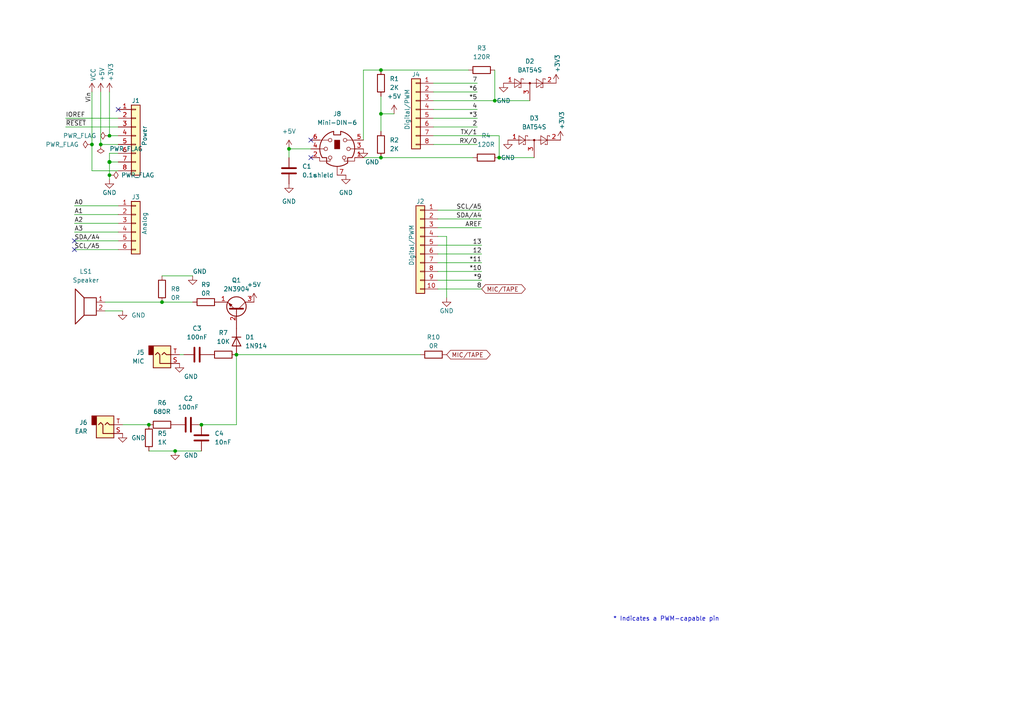
<source format=kicad_sch>
(kicad_sch (version 20211123) (generator eeschema)
  (paper "A4")
  (title_block (date "mar. 31 mars 2015"))
  (lib_symbols
    (symbol "Connector:AudioJack2"
      (property "Reference" "J" (at 0 8.89 0))
      (property "Value" "AudioJack2" (at 0 6.35 0))
      (symbol "AudioJack2_0_1"
        (rectangle (start -3.81 0) (end -2.54 -2.54) (stroke (width 0.254)) (fill (type outline)))
        (rectangle (start -2.54 3.81) (end 2.54 -2.54) (stroke (width 0.254)) (fill (type background)))
        (polyline (pts (xy 0 0) (xy 0.635 -0.635) (xy 1.27 0) (xy 2.54 0)) (stroke (width 0.254)))
        (polyline (pts (xy 2.54 2.54) (xy -0.635 2.54) (xy -0.635 0) (xy -1.27 -0.635) (xy -1.905 0)) (stroke (width 0.254)))
      )
      (symbol "AudioJack2_1_1"
        (pin passive line (at 5.08 2.54 180) (length 2.54) (name "~") (number "S"))
        (pin passive line (at 5.08 0 180) (length 2.54) (name "~") (number "T"))
      )
    )
    (symbol "Connector:Mini-DIN-6" (pin_names (offset 1.016))
      (property "Reference" "J8" (at 0.0177 10.16 0))
      (property "Value" "Mini-DIN-6" (at 0.0177 7.62 0))
      (symbol "Mini-DIN-6_0_1"
        (circle (center -3.302 0) (radius 0.508))
        (arc (start -3.048 -4.064) (mid 0 -5.08) (end 3.048 -4.064) (stroke (width 0.254)))
        (circle (center -2.032 -2.54) (radius 0.508))
        (circle (center -2.032 2.54) (radius 0.508))
        (arc (start -1.016 5.08) (mid -4.6228 2.1214) (end -4.318 -2.54) (stroke (width 0.254)))
        (rectangle (start -0.762 2.54) (end 0.762 0) (fill (type outline)))
        (polyline (pts (xy -3.81 0) (xy -5.08 0)))
        (polyline (pts (xy -2.54 2.54) (xy -5.08 2.54)))
        (polyline (pts (xy 0 -7.62) (xy 0 -5.08)))
        (polyline (pts (xy 2.794 2.54) (xy 5.08 2.54)))
        (polyline (pts (xy 5.08 0) (xy 3.81 0)))
        (polyline (pts (xy -4.318 -2.54) (xy -3.048 -2.54) (xy -3.048 -4.064)) (stroke (width 0.254)))
        (polyline (pts (xy 4.318 -2.54) (xy 3.048 -2.54) (xy 3.048 -4.064)) (stroke (width 0.254)))
        (polyline (pts (xy -2.032 -3.048) (xy -2.032 -3.556) (xy -5.08 -3.556) (xy -5.08 -2.54)))
        (polyline (pts (xy -1.016 5.08) (xy -1.016 4.064) (xy 1.016 4.064) (xy 1.016 5.08)) (stroke (width 0.254)))
        (polyline (pts (xy 2.032 -3.048) (xy 2.032 -3.556) (xy 5.08 -3.556) (xy 5.08 -2.54)))
        (circle (center 2.032 -2.54) (radius 0.508))
        (circle (center 2.286 2.54) (radius 0.508))
        (circle (center 3.302 0) (radius 0.508))
        (arc (start 4.318 -2.54) (mid 4.6661 2.1322) (end 1.016 5.08) (stroke (width 0.254)))
      )
      (symbol "Mini-DIN-6_1_1"
        (pin passive line (at 7.62 -2.54 180) (length 2.54) (name "~") (number "1"))
        (pin passive line (at -7.62 -2.54 0) (length 2.54) (name "~") (number "2"))
        (pin passive line (at 7.62 0 180) (length 2.54) (name "~") (number "3"))
        (pin passive line (at -7.62 0 0) (length 2.54) (name "~") (number "4"))
        (pin passive line (at 7.62 2.54 180) (length 2.54) (name "~") (number "5"))
        (pin passive line (at -7.62 2.54 0) (length 2.54) (name "~") (number "6"))
        (pin passive line (at 2.54 -7.62 180) (length 2.54) (name "shield") (number "7"))
      )
    )
    (symbol "Connector_Generic:Conn_01x06" (pin_names (offset 1.016) hide)
      (property "Reference" "J" (at 0 7.62 0))
      (property "Value" "Conn_01x06" (at 0 -10.16 0))
      (symbol "Conn_01x06_1_1"
        (rectangle (start -1.27 -7.493) (end 0 -7.747) (stroke (width 0.1524)))
        (rectangle (start -1.27 -4.953) (end 0 -5.207) (stroke (width 0.1524)))
        (rectangle (start -1.27 -2.413) (end 0 -2.667) (stroke (width 0.1524)))
        (rectangle (start -1.27 0.127) (end 0 -0.127) (stroke (width 0.1524)))
        (rectangle (start -1.27 2.667) (end 0 2.413) (stroke (width 0.1524)))
        (rectangle (start -1.27 5.207) (end 0 4.953) (stroke (width 0.1524)))
        (rectangle (start -1.27 6.35) (end 1.27 -8.89) (stroke (width 0.254)) (fill (type background)))
        (pin passive line (at -5.08 5.08 0) (length 3.81) (name "Pin_1") (number "1"))
        (pin passive line (at -5.08 2.54 0) (length 3.81) (name "Pin_2") (number "2"))
        (pin passive line (at -5.08 0 0) (length 3.81) (name "Pin_3") (number "3"))
        (pin passive line (at -5.08 -2.54 0) (length 3.81) (name "Pin_4") (number "4"))
        (pin passive line (at -5.08 -5.08 0) (length 3.81) (name "Pin_5") (number "5"))
        (pin passive line (at -5.08 -7.62 0) (length 3.81) (name "Pin_6") (number "6"))
      )
    )
    (symbol "Connector_Generic:Conn_01x08" (pin_names (offset 1.016) hide)
      (property "Reference" "J" (at 0 10.16 0))
      (property "Value" "Conn_01x08" (at 0 -12.7 0))
      (symbol "Conn_01x08_1_1"
        (rectangle (start -1.27 -10.033) (end 0 -10.287) (stroke (width 0.1524)))
        (rectangle (start -1.27 -7.493) (end 0 -7.747) (stroke (width 0.1524)))
        (rectangle (start -1.27 -4.953) (end 0 -5.207) (stroke (width 0.1524)))
        (rectangle (start -1.27 -2.413) (end 0 -2.667) (stroke (width 0.1524)))
        (rectangle (start -1.27 0.127) (end 0 -0.127) (stroke (width 0.1524)))
        (rectangle (start -1.27 2.667) (end 0 2.413) (stroke (width 0.1524)))
        (rectangle (start -1.27 5.207) (end 0 4.953) (stroke (width 0.1524)))
        (rectangle (start -1.27 7.747) (end 0 7.493) (stroke (width 0.1524)))
        (rectangle (start -1.27 8.89) (end 1.27 -11.43) (stroke (width 0.254)) (fill (type background)))
        (pin passive line (at -5.08 7.62 0) (length 3.81) (name "Pin_1") (number "1"))
        (pin passive line (at -5.08 5.08 0) (length 3.81) (name "Pin_2") (number "2"))
        (pin passive line (at -5.08 2.54 0) (length 3.81) (name "Pin_3") (number "3"))
        (pin passive line (at -5.08 0 0) (length 3.81) (name "Pin_4") (number "4"))
        (pin passive line (at -5.08 -2.54 0) (length 3.81) (name "Pin_5") (number "5"))
        (pin passive line (at -5.08 -5.08 0) (length 3.81) (name "Pin_6") (number "6"))
        (pin passive line (at -5.08 -7.62 0) (length 3.81) (name "Pin_7") (number "7"))
        (pin passive line (at -5.08 -10.16 0) (length 3.81) (name "Pin_8") (number "8"))
      )
    )
    (symbol "Connector_Generic:Conn_01x10" (pin_names (offset 1.016) hide)
      (property "Reference" "J" (at 0 12.7 0))
      (property "Value" "Conn_01x10" (at 0 -15.24 0))
      (symbol "Conn_01x10_1_1"
        (rectangle (start -1.27 -12.573) (end 0 -12.827) (stroke (width 0.1524)))
        (rectangle (start -1.27 -10.033) (end 0 -10.287) (stroke (width 0.1524)))
        (rectangle (start -1.27 -7.493) (end 0 -7.747) (stroke (width 0.1524)))
        (rectangle (start -1.27 -4.953) (end 0 -5.207) (stroke (width 0.1524)))
        (rectangle (start -1.27 -2.413) (end 0 -2.667) (stroke (width 0.1524)))
        (rectangle (start -1.27 0.127) (end 0 -0.127) (stroke (width 0.1524)))
        (rectangle (start -1.27 2.667) (end 0 2.413) (stroke (width 0.1524)))
        (rectangle (start -1.27 5.207) (end 0 4.953) (stroke (width 0.1524)))
        (rectangle (start -1.27 7.747) (end 0 7.493) (stroke (width 0.1524)))
        (rectangle (start -1.27 10.287) (end 0 10.033) (stroke (width 0.1524)))
        (rectangle (start -1.27 11.43) (end 1.27 -13.97) (stroke (width 0.254)) (fill (type background)))
        (pin passive line (at -5.08 10.16 0) (length 3.81) (name "Pin_1") (number "1"))
        (pin passive line (at -5.08 -12.7 0) (length 3.81) (name "Pin_10") (number "10"))
        (pin passive line (at -5.08 7.62 0) (length 3.81) (name "Pin_2") (number "2"))
        (pin passive line (at -5.08 5.08 0) (length 3.81) (name "Pin_3") (number "3"))
        (pin passive line (at -5.08 2.54 0) (length 3.81) (name "Pin_4") (number "4"))
        (pin passive line (at -5.08 0 0) (length 3.81) (name "Pin_5") (number "5"))
        (pin passive line (at -5.08 -2.54 0) (length 3.81) (name "Pin_6") (number "6"))
        (pin passive line (at -5.08 -5.08 0) (length 3.81) (name "Pin_7") (number "7"))
        (pin passive line (at -5.08 -7.62 0) (length 3.81) (name "Pin_8") (number "8"))
        (pin passive line (at -5.08 -10.16 0) (length 3.81) (name "Pin_9") (number "9"))
      )
    )
    (symbol "Device:C" (pin_numbers hide) (pin_names (offset 0.254))
      (property "Reference" "C" (at 0.635 2.54 0))
      (property "Value" "C" (at 0.635 -2.54 0))
      (symbol "C_0_1"
        (polyline (pts (xy -2.032 -0.762) (xy 2.032 -0.762)) (stroke (width 0.508)))
        (polyline (pts (xy -2.032 0.762) (xy 2.032 0.762)) (stroke (width 0.508)))
      )
      (symbol "C_1_1"
        (pin passive line (at 0 3.81 270) (length 2.794) (name "~") (number "1"))
        (pin passive line (at 0 -3.81 90) (length 2.794) (name "~") (number "2"))
      )
    )
    (symbol "Device:R" (pin_numbers hide) (pin_names (offset 0))
      (property "Reference" "R" (at 2.032 0 90))
      (property "Value" "R" (at 0 0 90))
      (symbol "R_0_1"
        (rectangle (start -1.016 -2.54) (end 1.016 2.54) (stroke (width 0.254)))
      )
      (symbol "R_1_1"
        (pin passive line (at 0 3.81 270) (length 1.27) (name "~") (number "1"))
        (pin passive line (at 0 -3.81 90) (length 1.27) (name "~") (number "2"))
      )
    )
    (symbol "Device:Speaker" (pin_names (offset 0) hide)
      (property "Reference" "LS" (at 1.27 5.715 0))
      (property "Value" "Speaker" (at 1.27 3.81 0))
      (symbol "Speaker_0_0"
        (rectangle (start -2.54 1.27) (end 1.016 -3.81) (stroke (width 0.254)))
        (polyline (pts (xy 1.016 1.27) (xy 3.556 3.81) (xy 3.556 -6.35) (xy 1.016 -3.81)) (stroke (width 0.254)))
      )
      (symbol "Speaker_1_1"
        (pin input line (at -5.08 0 0) (length 2.54) (name "1") (number "1"))
        (pin input line (at -5.08 -2.54 0) (length 2.54) (name "2") (number "2"))
      )
    )
    (symbol "Diode:1N914" (pin_numbers hide) (pin_names (offset 1.016) hide)
      (property "Reference" "D" (at 0 2.54 0))
      (property "Value" "1N914" (at 0 -2.54 0))
      (symbol "1N914_0_1"
        (polyline (pts (xy -1.27 1.27) (xy -1.27 -1.27)) (stroke (width 0.254)))
        (polyline (pts (xy 1.27 0) (xy -1.27 0)))
        (polyline (pts (xy 1.27 1.27) (xy 1.27 -1.27) (xy -1.27 0) (xy 1.27 1.27)) (stroke (width 0.254)))
      )
      (symbol "1N914_1_1"
        (pin passive line (at -3.81 0 0) (length 2.54) (name "K") (number "1"))
        (pin passive line (at 3.81 0 180) (length 2.54) (name "A") (number "2"))
      )
    )
    (symbol "Diode:BAT54S" (pin_names (offset 1.016))
      (property "Reference" "D" (at 0.635 -3.81 0))
      (property "Value" "BAT54S" (at -6.35 3.175 0))
      (symbol "BAT54S_0_1"
        (polyline (pts (xy -3.81 0) (xy -1.27 0)))
        (polyline (pts (xy -3.175 -1.27) (xy -3.175 -1.016)))
        (polyline (pts (xy -2.54 -1.27) (xy -3.175 -1.27)))
        (polyline (pts (xy -2.54 -1.27) (xy -2.54 1.27)))
        (polyline (pts (xy -2.54 1.27) (xy -1.905 1.27)))
        (polyline (pts (xy -1.905 0) (xy 1.905 0)))
        (polyline (pts (xy -1.905 1.27) (xy -1.905 1.016)))
        (polyline (pts (xy 1.27 0) (xy 3.81 0)))
        (polyline (pts (xy 3.175 -1.27) (xy 3.175 -1.016)))
        (polyline (pts (xy 3.81 -1.27) (xy 3.175 -1.27)))
        (polyline (pts (xy 3.81 -1.27) (xy 3.81 1.27)))
        (polyline (pts (xy 3.81 1.27) (xy 4.445 1.27)))
        (polyline (pts (xy 4.445 1.27) (xy 4.445 1.016)))
        (polyline (pts (xy -4.445 1.27) (xy -4.445 -1.27) (xy -2.54 0) (xy -4.445 1.27)))
        (polyline (pts (xy 1.905 1.27) (xy 1.905 -1.27) (xy 3.81 0) (xy 1.905 1.27)))
        (circle (center 0 0) (radius 0.254) (fill (type outline)))
      )
      (symbol "BAT54S_1_1"
        (pin passive line (at -7.62 0 0) (length 3.81) (name "~") (number "1"))
        (pin passive line (at 7.62 0 180) (length 3.81) (name "~") (number "2"))
        (pin passive line (at 0 -5.08 90) (length 5.08) (name "~") (number "3"))
      )
    )
    (symbol "Transistor_BJT:2N3904" (pin_names (offset 0) hide)
      (property "Reference" "Q" (at 5.08 1.905 0))
      (property "Value" "2N3904" (at 5.08 0 0))
      (symbol "2N3904_0_1"
        (polyline (pts (xy 0.635 0.635) (xy 2.54 2.54)))
        (polyline (pts (xy 0.635 -0.635) (xy 2.54 -2.54) (xy 2.54 -2.54)))
        (polyline (pts (xy 0.635 1.905) (xy 0.635 -1.905) (xy 0.635 -1.905)) (stroke (width 0.508)))
        (polyline (pts (xy 1.27 -1.778) (xy 1.778 -1.27) (xy 2.286 -2.286) (xy 1.27 -1.778) (xy 1.27 -1.778)) (fill (type outline)))
        (circle (center 1.27 0) (radius 2.8194) (stroke (width 0.254)))
      )
      (symbol "2N3904_1_1"
        (pin passive line (at 2.54 -5.08 90) (length 2.54) (name "E") (number "1"))
        (pin passive line (at -5.08 0 0) (length 5.715) (name "B") (number "2"))
        (pin passive line (at 2.54 5.08 270) (length 2.54) (name "C") (number "3"))
      )
    )
    (symbol "power:+3V3" (power) (pin_names (offset 0))
      (property "Value" "+3V3" (at 0 3.556 0))
      (symbol "+3V3_0_1"
        (polyline (pts (xy -0.762 1.27) (xy 0 2.54)))
        (polyline (pts (xy 0 0) (xy 0 2.54)))
        (polyline (pts (xy 0 2.54) (xy 0.762 1.27)))
      )
      (symbol "+3V3_1_1"
        (pin power_in line (at 0 0 90) (length 0) hide (name "+3V3") (number "1"))
      )
    )
    (symbol "power:+5V" (power) (pin_names (offset 0))
      (property "Value" "+5V" (at 0 3.556 0))
      (symbol "+5V_0_1"
        (polyline (pts (xy -0.762 1.27) (xy 0 2.54)))
        (polyline (pts (xy 0 0) (xy 0 2.54)))
        (polyline (pts (xy 0 2.54) (xy 0.762 1.27)))
      )
      (symbol "+5V_1_1"
        (pin power_in line (at 0 0 90) (length 0) hide (name "+5V") (number "1"))
      )
    )
    (symbol "power:GND" (power) (pin_names (offset 0))
      (property "Value" "GND" (at 0 -3.81 0))
      (symbol "GND_0_1"
        (polyline (pts (xy 0 0) (xy 0 -1.27) (xy 1.27 -1.27) (xy 0 -2.54) (xy -1.27 -1.27) (xy 0 -1.27)))
      )
      (symbol "GND_1_1"
        (pin power_in line (at 0 0 270) (length 0) hide (name "GND") (number "1"))
      )
    )
    (symbol "power:PWR_FLAG" (power) (pin_numbers hide) (pin_names (offset 0) hide)
      (property "Value" "PWR_FLAG" (at 0 3.81 0))
      (symbol "PWR_FLAG_0_0"
        (pin power_out line (at 0 0 90) (length 0) (name "pwr") (number "1"))
      )
      (symbol "PWR_FLAG_0_1"
        (polyline (pts (xy 0 0) (xy 0 1.27) (xy -1.016 1.905) (xy 0 2.54) (xy 1.016 1.905) (xy 0 1.27)))
      )
    )
    (symbol "power:VCC" (power) (pin_names (offset 0))
      (property "Value" "VCC" (at 0 3.81 0))
      (symbol "VCC_0_1"
        (polyline (pts (xy -0.762 1.27) (xy 0 2.54)))
        (polyline (pts (xy 0 0) (xy 0 2.54)))
        (polyline (pts (xy 0 2.54) (xy 0.762 1.27)))
      )
      (symbol "VCC_1_1"
        (pin power_in line (at 0 0 90) (length 0) hide (name "VCC") (number "1"))
      )
    )
  )
  (junction (at 58.42 123.19))
  (junction (at 110.49 45.72))
  (junction (at 31.75 39.37))
  (junction (at 31.75 46.99) (diameter 1.016))
  (junction (at 110.49 33.02))
  (junction (at 43.18 123.19))
  (junction (at 46.99 87.63))
  (junction (at 144.78 45.72))
  (junction (at 31.75 50.8))
  (junction (at 26.67 41.91))
  (junction (at 29.21 41.91))
  (junction (at 110.49 20.32))
  (junction (at 83.82 43.18))
  (junction (at 50.8 130.81))
  (junction (at 68.58 102.87))
  (junction (at 143.51 29.21))
  (no_connect (at 34.29 31.75))
  (no_connect (at 90.17 45.72))
  (no_connect (at 90.17 40.64))
  (no_connect (at 21.59 72.39))
  (no_connect (at 21.59 69.85))
  (wire (pts (xy 125.73 41.91) (xy 138.43 41.91)))
  (wire (pts (xy 105.41 45.72) (xy 110.49 45.72)))
  (wire (pts (xy 127 78.74) (xy 139.7 78.74)))
  (wire (pts (xy 68.58 102.87) (xy 68.58 123.19)))
  (wire (pts (xy 144.78 45.72) (xy 144.78 39.37)))
  (wire (pts (xy 127 60.96) (xy 139.7 60.96)))
  (wire (pts (xy 31.75 44.45) (xy 31.75 46.99)))
  (wire (pts (xy 144.78 45.72) (xy 154.94 45.72)))
  (wire (pts (xy 58.42 123.19) (xy 68.58 123.19)))
  (wire (pts (xy 21.59 72.39) (xy 34.29 72.39)))
  (wire (pts (xy 83.82 43.18) (xy 83.82 45.72)))
  (wire (pts (xy 30.48 90.17) (xy 35.56 90.17)))
  (wire (pts (xy 31.75 46.99) (xy 31.75 50.8)))
  (wire (pts (xy 110.49 20.32) (xy 135.89 20.32)))
  (wire (pts (xy 31.75 39.37) (xy 34.29 39.37)))
  (wire (pts (xy 29.21 41.91) (xy 34.29 41.91)))
  (wire (pts (xy 29.21 26.67) (xy 29.21 41.91)))
  (wire (pts (xy 125.73 24.13) (xy 138.43 24.13)))
  (wire (pts (xy 127 71.12) (xy 139.7 71.12)))
  (wire (pts (xy 31.75 26.67) (xy 31.75 39.37)))
  (wire (pts (xy 34.29 59.69) (xy 21.59 59.69)))
  (wire (pts (xy 110.49 45.72) (xy 137.16 45.72)))
  (wire (pts (xy 127 73.66) (xy 139.7 73.66)))
  (wire (pts (xy 125.73 26.67) (xy 138.43 26.67)))
  (wire (pts (xy 46.99 80.01) (xy 55.88 80.01)))
  (wire (pts (xy 110.49 27.94) (xy 110.49 33.02)))
  (wire (pts (xy 83.82 43.18) (xy 90.17 43.18)))
  (wire (pts (xy 127 81.28) (xy 139.7 81.28)))
  (wire (pts (xy 19.05 34.29) (xy 34.29 34.29)))
  (wire (pts (xy 143.51 29.21) (xy 153.67 29.21)))
  (wire (pts (xy 50.8 130.81) (xy 58.42 130.81)))
  (wire (pts (xy 129.54 68.58) (xy 129.54 86.36)))
  (wire (pts (xy 127 66.04) (xy 139.7 66.04)))
  (wire (pts (xy 68.58 102.87) (xy 121.92 102.87)))
  (wire (pts (xy 125.73 31.75) (xy 138.43 31.75)))
  (wire (pts (xy 34.29 64.77) (xy 21.59 64.77)))
  (wire (pts (xy 19.05 36.83) (xy 34.29 36.83)))
  (wire (pts (xy 105.41 40.64) (xy 105.41 20.32)))
  (wire (pts (xy 34.29 46.99) (xy 31.75 46.99)))
  (wire (pts (xy 34.29 49.53) (xy 26.67 49.53)))
  (wire (pts (xy 35.56 123.19) (xy 43.18 123.19)))
  (wire (pts (xy 21.59 62.23) (xy 34.29 62.23)))
  (wire (pts (xy 26.67 41.91) (xy 26.67 26.67)))
  (wire (pts (xy 125.73 36.83) (xy 138.43 36.83)))
  (wire (pts (xy 127 68.58) (xy 129.54 68.58)))
  (wire (pts (xy 34.29 44.45) (xy 31.75 44.45)))
  (wire (pts (xy 110.49 33.02) (xy 114.3 33.02)))
  (wire (pts (xy 127 76.2) (xy 139.7 76.2)))
  (wire (pts (xy 31.75 50.8) (xy 31.75 52.07)))
  (wire (pts (xy 46.99 87.63) (xy 55.88 87.63)))
  (wire (pts (xy 125.73 29.21) (xy 143.51 29.21)))
  (wire (pts (xy 110.49 33.02) (xy 110.49 38.1)))
  (wire (pts (xy 21.59 67.31) (xy 34.29 67.31)))
  (wire (pts (xy 143.51 20.32) (xy 143.51 29.21)))
  (wire (pts (xy 127 63.5) (xy 139.7 63.5)))
  (wire (pts (xy 30.48 87.63) (xy 46.99 87.63)))
  (wire (pts (xy 125.73 34.29) (xy 138.43 34.29)))
  (wire (pts (xy 43.18 130.81) (xy 50.8 130.81)))
  (wire (pts (xy 125.73 39.37) (xy 144.78 39.37)))
  (wire (pts (xy 26.67 49.53) (xy 26.67 41.91)))
  (wire (pts (xy 52.07 102.87) (xy 53.34 102.87)))
  (wire (pts (xy 34.29 69.85) (xy 21.59 69.85)))
  (wire (pts (xy 127 83.82) (xy 139.7 83.82)))
  (wire (pts (xy 105.41 20.32) (xy 110.49 20.32)))
  (text "* Indicates a PWM-capable pin" (at 177.8 180.34 0) (effects (font (size 1.27 1.27)) (justify left bottom)))
  (label "RX{slash}0" (at 138.43 41.91 180))
  (label "A2" (at 21.59 64.77 0))
  (label "4" (at 138.43 31.75 180))
  (label "2" (at 138.43 36.83 180))
  (label "A3" (at 21.59 67.31 0))
  (label "13" (at 139.7 71.12 180))
  (label "12" (at 139.7 73.66 180))
  (label "~{RESET}" (at 19.05 36.83 0))
  (label "*10" (at 139.7 78.74 180))
  (label "7" (at 138.43 24.13 180))
  (label "SDA{slash}A4" (at 139.7 63.5 180))
  (label "8" (at 139.7 83.82 180))
  (label "*11" (at 139.7 76.2 180))
  (label "*3" (at 138.43 34.29 180))
  (label "A1" (at 21.59 62.23 0))
  (label "TX{slash}1" (at 138.43 39.37 180))
  (label "A0" (at 21.59 59.69 0))
  (label "AREF" (at 139.7 66.04 180))
  (label "Vin" (at 26.67 26.67 270))
  (label "*6" (at 138.43 26.67 180))
  (label "SCL{slash}A5" (at 139.7 60.96 180))
  (label "*9" (at 139.7 81.28 180))
  (label "*5" (at 138.43 29.21 180))
  (label "IOREF" (at 19.05 34.29 0))
  (label "SDA{slash}A4" (at 21.59 69.85 0))
  (label "SCL{slash}A5" (at 21.59 72.39 0))
  (global_label "MIC{slash}TAPE" (shape bidirectional) (at 139.7 83.82 0) (property "Intersheet References" "${INTERSHEET_REFS}" (effects hide)))
  (global_label "MIC{slash}TAPE" (shape bidirectional) (at 129.54 102.87 0) (property "Intersheet References" "${INTERSHEET_REFS}" (effects hide)))
  (symbol (lib_id "Connector_Generic:Conn_01x08") (at 39.37 39.37 0) (unit 1)
    (property "Reference" "J1" (at 39.37 29.21 0))
    (property "Value" "Power" (at 41.91 39.37 90))
    (property "Footprint" "Connector_PinSocket_2.54mm:PinSocket_1x08_P2.54mm_Vertical" (effects hide))
  )
  (symbol (lib_id "power:+3V3") (at 31.75 26.67 0) (unit 1)
    (property "Reference" "#PWR03" (effects hide))
    (property "Value" "+3.3V" (at 32.131 23.622 90) (effects (justify left)))
  )
  (symbol (lib_id "power:+5V") (at 29.21 26.67 0) (unit 1)
    (property "Reference" "#PWR02" (effects hide))
    (property "Value" "+5V" (at 29.5656 23.622 90) (effects (justify left)))
  )
  (symbol (lib_id "power:GND") (at 31.75 52.07 0) (unit 1)
    (property "Reference" "#PWR04" (effects hide))
    (property "Value" "GND" (at 31.75 55.88 0))
  )
  (symbol (lib_id "Connector_Generic:Conn_01x10") (at 121.92 71.12 0) (mirror y) (unit 1)
    (property "Reference" "J2" (at 121.92 58.42 0))
    (property "Value" "Digital/PWM" (at 119.38 71.12 90))
    (property "Footprint" "Connector_PinSocket_2.54mm:PinSocket_1x10_P2.54mm_Vertical" (effects hide))
  )
  (symbol (lib_id "power:GND") (at 129.54 86.36 0) (unit 1)
    (property "Reference" "#PWR05" (effects hide))
    (property "Value" "GND" (at 129.54 90.17 0))
  )
  (symbol (lib_id "Connector_Generic:Conn_01x06") (at 39.37 64.77 0) (unit 1)
    (property "Reference" "J3" (at 39.37 57.15 0))
    (property "Value" "Analog" (at 41.91 64.77 90))
    (property "Footprint" "Connector_PinSocket_2.54mm:PinSocket_1x06_P2.54mm_Vertical" (effects hide))
  )
  (symbol (lib_id "Connector_Generic:Conn_01x08") (at 120.65 31.75 0) (mirror y) (unit 1)
    (property "Reference" "J4" (at 120.65 21.59 0))
    (property "Value" "Digital/PWM" (at 118.11 31.75 90))
    (property "Footprint" "Connector_PinSocket_2.54mm:PinSocket_1x08_P2.54mm_Vertical" (effects hide))
  )
  (symbol (lib_id "Device:R") (at 140.97 45.72 90) (unit 1)
    (property "Reference" "R4" (at 140.97 39.37 90))
    (property "Value" "120R" (at 140.97 41.91 90))
    (property "Footprint" "Resistor_THT:R_Axial_DIN0207_L6.3mm_D2.5mm_P7.62mm_Horizontal" (effects hide))
  )
  (symbol (lib_id "power:GND") (at 35.56 125.73 0) (unit 1)
    (property "Reference" "#PWR0112" (effects hide))
    (property "Value" "GND" (at 38.1 126.9999 0) (effects (justify left)))
  )
  (symbol (lib_id "power:+5V") (at 114.3 33.02 0) (unit 1)
    (property "Reference" "#PWR0101" (effects hide))
    (property "Value" "+5V" (at 114.3 27.94 0))
  )
  (symbol (lib_id "Device:C") (at 58.42 127 180) (unit 1)
    (property "Reference" "C4" (at 62.23 125.7299 0) (effects (justify right)))
    (property "Value" "10nF" (at 62.23 128.2699 0) (effects (justify right)))
    (property "Footprint" "Capacitor_THT:C_Axial_L3.8mm_D2.6mm_P7.50mm_Horizontal" (effects hide))
  )
  (symbol (lib_id "Device:R") (at 125.73 102.87 90) (unit 1)
    (property "Reference" "R10" (at 125.73 97.79 90))
    (property "Value" "0R" (at 125.73 100.33 90))
    (property "Footprint" "Resistor_THT:R_Axial_DIN0207_L6.3mm_D2.5mm_P7.62mm_Horizontal" (effects hide))
  )
  (symbol (lib_id "Device:C") (at 57.15 102.87 90) (unit 1)
    (property "Reference" "C3" (at 57.15 95.25 90))
    (property "Value" "100nF" (at 57.15 97.79 90))
    (property "Footprint" "Capacitor_THT:C_Rect_L7.0mm_W2.0mm_P5.00mm" (effects hide))
  )
  (symbol (lib_id "power:+5V") (at 83.82 43.18 0) (unit 1)
    (property "Reference" "#PWR0105" (effects hide))
    (property "Value" "+5V" (at 83.82 38.1 0))
  )
  (symbol (lib_id "power:+5V") (at 73.66 87.63 0) (unit 1)
    (property "Reference" "#PWR0111" (effects hide))
    (property "Value" "+5V" (at 73.66 82.55 0))
  )
  (symbol (lib_id "Diode:1N914") (at 68.58 99.06 270) (unit 1)
    (property "Reference" "D1" (at 71.12 97.7899 90) (effects (justify left)))
    (property "Value" "1N914" (at 71.12 100.3299 90) (effects (justify left)))
    (property "Footprint" "Diode_THT:D_DO-35_SOD27_P7.62mm_Horizontal" (effects hide))
    (property "Datasheet" "http://www.vishay.com/docs/85622/1n914.pdf" (effects hide))
  )
  (symbol (lib_id "Transistor_BJT:2N3904") (at 68.58 90.17 270) (mirror x) (unit 1)
    (property "Reference" "Q1" (at 68.58 81.28 90))
    (property "Value" "2N3904" (at 68.58 83.82 90))
    (property "Footprint" "Package_TO_SOT_THT:TO-92_Inline" (effects hide))
    (property "Datasheet" "https://www.onsemi.com/pub/Collateral/2N3903-D.PDF" (effects hide))
  )
  (symbol (lib_id "power:GND") (at 83.82 53.34 0) (unit 1)
    (property "Reference" "#PWR0103" (effects hide))
    (property "Value" "GND" (at 83.82 58.42 0))
  )
  (symbol (lib_id "Device:R") (at 46.99 83.82 180) (unit 1)
    (property "Reference" "R8" (at 49.53 83.82 0) (effects (justify right)))
    (property "Value" "0R" (at 49.53 86.36 0) (effects (justify right)))
    (property "Footprint" "Resistor_THT:R_Axial_DIN0207_L6.3mm_D2.5mm_P7.62mm_Horizontal" (effects hide))
  )
  (symbol (lib_id "power:VCC") (at 26.67 26.67 0) (unit 1)
    (property "Reference" "#PWR01" (effects hide))
    (property "Value" "VCC" (at 27.051 23.622 90) (effects (justify left)))
  )
  (symbol (lib_id "Device:R") (at 110.49 24.13 0) (unit 1)
    (property "Reference" "R1" (at 113.03 22.8599 0) (effects (justify left)))
    (property "Value" "2K" (at 113.03 25.3999 0) (effects (justify left)))
    (property "Footprint" "Resistor_THT:R_Axial_DIN0207_L6.3mm_D2.5mm_P7.62mm_Horizontal" (effects hide))
  )
  (symbol (lib_id "Device:R") (at 59.69 87.63 90) (unit 1)
    (property "Reference" "R9" (at 59.69 82.55 90))
    (property "Value" "0R" (at 59.69 85.09 90))
    (property "Footprint" "Resistor_THT:R_Axial_DIN0207_L6.3mm_D2.5mm_P7.62mm_Horizontal" (effects hide))
  )
  (symbol (lib_id "power:PWR_FLAG") (at 31.75 39.37 90) (unit 1)
    (property "Reference" "#FLG0101" (effects hide))
    (property "Value" "PWR_FLAG" (at 27.94 39.3699 90) (effects (justify left)))
  )
  (symbol (lib_id "Device:R") (at 64.77 102.87 90) (unit 1)
    (property "Reference" "R7" (at 64.77 96.52 90))
    (property "Value" "10K" (at 64.77 99.06 90))
    (property "Footprint" "Resistor_THT:R_Axial_DIN0207_L6.3mm_D2.5mm_P7.62mm_Horizontal" (effects hide))
  )
  (symbol (lib_id "power:GND") (at 35.56 90.17 0) (unit 1)
    (property "Reference" "#PWR0109" (effects hide))
    (property "Value" "GND" (at 38.1 91.4399 0) (effects (justify left)))
  )
  (symbol (lib_id "power:GND") (at 55.88 80.01 0) (unit 1)
    (property "Reference" "#PWR06" (effects hide))
    (property "Value" "GND" (at 55.88 78.74 0) (effects (justify left)))
  )
  (symbol (lib_id "Device:R") (at 139.7 20.32 90) (unit 1)
    (property "Reference" "R3" (at 139.7 13.97 90))
    (property "Value" "120R" (at 139.7 16.51 90))
    (property "Footprint" "Resistor_THT:R_Axial_DIN0207_L6.3mm_D2.5mm_P7.62mm_Horizontal" (effects hide))
  )
  (symbol (lib_id "power:GND") (at 147.32 40.64 0) (unit 1)
    (property "Reference" "#PWR0107" (effects hide))
    (property "Value" "GND" (at 147.32 45.72 0))
  )
  (symbol (lib_id "power:GND") (at 100.33 50.8 0) (unit 1)
    (property "Reference" "#PWR07" (effects hide))
    (property "Value" "GND" (at 100.33 55.88 0))
  )
  (symbol (lib_id "Connector:AudioJack2") (at 46.99 102.87 0) (mirror x) (unit 1)
    (property "Reference" "J5" (at 41.91 102.2349 0) (effects (justify right)))
    (property "Value" "MIC" (at 41.91 104.7749 0) (effects (justify right)))
    (property "Footprint" "Connector_Audio:Jack_3.5mm_Lumberg_1503_07_Horizontal" (effects hide))
  )
  (symbol (lib_id "Device:C") (at 54.61 123.19 90) (unit 1)
    (property "Reference" "C2" (at 54.61 115.57 90))
    (property "Value" "100nF" (at 54.61 118.11 90))
    (property "Footprint" "Capacitor_THT:C_Rect_L7.0mm_W2.0mm_P5.00mm" (effects hide))
  )
  (symbol (lib_id "Device:R") (at 110.49 41.91 0) (unit 1)
    (property "Reference" "R2" (at 113.03 40.6399 0) (effects (justify left)))
    (property "Value" "2K" (at 113.03 43.1799 0) (effects (justify left)))
    (property "Footprint" "Resistor_THT:R_Axial_DIN0207_L6.3mm_D2.5mm_P7.62mm_Horizontal" (effects hide))
  )
  (symbol (lib_id "Device:C") (at 83.82 49.53 0) (unit 1)
    (property "Reference" "C1" (at 87.63 48.2599 0) (effects (justify left)))
    (property "Value" "0.1u" (at 87.63 50.7999 0) (effects (justify left)))
    (property "Footprint" "Capacitor_THT:C_Axial_L3.8mm_D2.6mm_P7.50mm_Horizontal" (effects hide))
  )
  (symbol (lib_id "Device:R") (at 46.99 123.19 90) (unit 1)
    (property "Reference" "R6" (at 46.99 116.84 90))
    (property "Value" "680R" (at 46.99 119.38 90))
    (property "Footprint" "Resistor_THT:R_Axial_DIN0207_L6.3mm_D2.5mm_P7.62mm_Horizontal" (effects hide))
  )
  (symbol (lib_id "Diode:BAT54S") (at 154.94 40.64 0) (unit 1)
    (property "Reference" "D3" (at 154.94 34.29 0))
    (property "Value" "BAT54S" (at 154.94 36.83 0))
    (property "Footprint" "Package_TO_SOT_SMD:SOT-23_Handsoldering" (effects hide))
    (property "Datasheet" "https://www.diodes.com/assets/Datasheets/ds11005.pdf" (effects hide))
  )
  (symbol (lib_id "Device:R") (at 43.18 127 180) (unit 1)
    (property "Reference" "R5" (at 45.72 125.7299 0) (effects (justify right)))
    (property "Value" "1K" (at 45.72 128.2699 0) (effects (justify right)))
    (property "Footprint" "Resistor_THT:R_Axial_DIN0207_L6.3mm_D2.5mm_P7.62mm_Horizontal" (effects hide))
  )
  (symbol (lib_id "power:GND") (at 146.05 24.13 0) (unit 1)
    (property "Reference" "#PWR0104" (effects hide))
    (property "Value" "GND" (at 146.05 29.21 0))
  )
  (symbol (lib_id "Connector:AudioJack2") (at 30.48 123.19 0) (mirror x) (unit 1)
    (property "Reference" "J6" (at 25.4 122.5549 0) (effects (justify right)))
    (property "Value" "EAR" (at 25.4 125.0949 0) (effects (justify right)))
    (property "Footprint" "Connector_Audio:Jack_3.5mm_Lumberg_1503_07_Horizontal" (effects hide))
  )
  (symbol (lib_id "power:GND") (at 105.41 43.18 0) (unit 1)
    (property "Reference" "#PWR0102" (effects hide))
    (property "Value" "GND" (at 107.95 46.99 0))
  )
  (symbol (lib_id "Device:Speaker") (at 25.4 87.63 0) (mirror y) (unit 1)
    (property "Reference" "LS1" (at 24.892 78.74 0))
    (property "Value" "Speaker" (at 24.892 81.28 0))
    (property "Footprint" "Connector_Molex:Molex_KK-254_AE-6410-02A_1x02_P2.54mm_Vertical" (effects hide))
  )
  (symbol (lib_id "power:GND") (at 50.8 130.81 0) (unit 1)
    (property "Reference" "#PWR0113" (effects hide))
    (property "Value" "GND" (at 53.34 132.0799 0) (effects (justify left)))
  )
  (symbol (lib_id "Connector:Mini-DIN-6") (at 97.79 43.18 0) (unit 1)
    (property "Reference" "J8" (at 97.8077 33.02 0))
    (property "Value" "Mini-DIN-6" (at 97.8077 35.56 0))
    (property "Footprint" "Custom_Footprints:Connector_Mini-DIN_Female_6Pin_2rows" (effects hide))
    (property "Datasheet" "http://service.powerdynamics.com/ec/Catalog17/Section%2011.pdf" (effects hide))
  )
  (symbol (lib_id "power:PWR_FLAG") (at 31.75 50.8 270) (unit 1)
    (property "Reference" "#FLG0104" (effects hide))
    (property "Value" "PWR_FLAG" (at 35.1441 50.7999 90) (effects (justify left)))
  )
  (symbol (lib_id "Diode:BAT54S") (at 153.67 24.13 0) (unit 1)
    (property "Reference" "D2" (at 153.67 17.78 0))
    (property "Value" "BAT54S" (at 153.67 20.32 0))
    (property "Footprint" "Package_TO_SOT_SMD:SOT-23_Handsoldering" (effects hide))
    (property "Datasheet" "https://www.diodes.com/assets/Datasheets/ds11005.pdf" (effects hide))
  )
  (symbol (lib_id "power:+3V3") (at 162.56 40.64 0) (unit 1)
    (property "Reference" "#PWR0108" (effects hide))
    (property "Value" "+3.3V" (at 162.941 37.592 90) (effects (justify left)))
  )
  (symbol (lib_id "power:PWR_FLAG") (at 29.21 41.91 180) (unit 1)
    (property "Reference" "#FLG0103" (effects hide))
    (property "Value" "PWR_FLAG" (at 31.75 43.1799 0) (effects (justify right)))
  )
  (symbol (lib_id "power:GND") (at 52.07 105.41 0) (unit 1)
    (property "Reference" "#PWR0110" (effects hide))
    (property "Value" "GND" (at 53.34 109.22 0) (effects (justify left)))
  )
  (symbol (lib_id "power:+3V3") (at 161.29 24.13 0) (unit 1)
    (property "Reference" "#PWR0106" (effects hide))
    (property "Value" "+3.3V" (at 161.671 21.082 90) (effects (justify left)))
  )
  (symbol (lib_id "power:PWR_FLAG") (at 26.67 41.91 90) (unit 1)
    (property "Reference" "#FLG0102" (effects hide))
    (property "Value" "PWR_FLAG" (at 22.86 41.9099 90) (effects (justify left)))
  )
)
</source>
